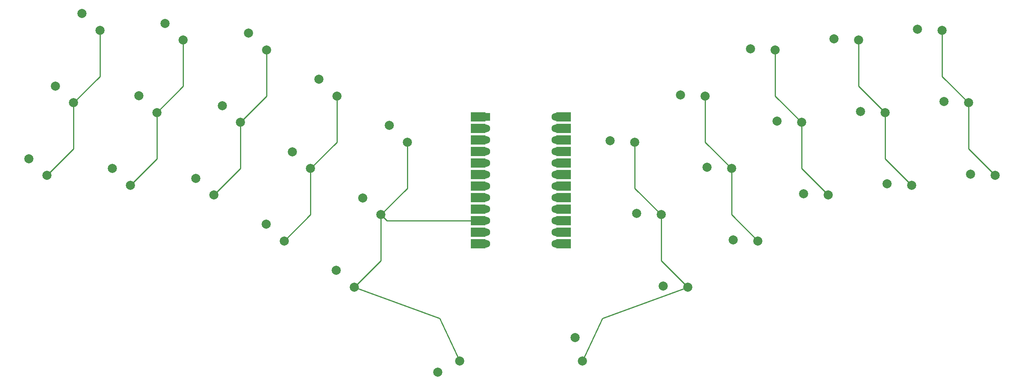
<source format=gbr>
G04 #@! TF.GenerationSoftware,KiCad,Pcbnew,(5.1.4)-1*
G04 #@! TF.CreationDate,2021-02-14T17:08:46-07:00*
G04 #@! TF.ProjectId,ONI-Kyan Shakotan,4f4e492d-4b79-4616-9e20-5368616b6f74,rev?*
G04 #@! TF.SameCoordinates,Original*
G04 #@! TF.FileFunction,Copper,L1,Top*
G04 #@! TF.FilePolarity,Positive*
%FSLAX46Y46*%
G04 Gerber Fmt 4.6, Leading zero omitted, Abs format (unit mm)*
G04 Created by KiCad (PCBNEW (5.1.4)-1) date 2021-02-14 17:08:46*
%MOMM*%
%LPD*%
G04 APERTURE LIST*
%ADD10C,2.000000*%
%ADD11R,1.752600X1.752600*%
%ADD12C,1.752600*%
%ADD13R,3.250000X2.000000*%
%ADD14C,0.250000*%
G04 APERTURE END LIST*
D10*
X154750093Y-126112372D03*
X156355338Y-131292448D03*
X124572031Y-133772815D03*
X129394662Y-131292447D03*
X90741381Y-104877202D03*
X86761160Y-101193747D03*
X204655162Y-78752371D03*
X199238456Y-78489118D03*
X247205610Y-90401806D03*
X241788904Y-90138553D03*
X228837554Y-92564475D03*
X223420848Y-92301222D03*
X210469503Y-94727146D03*
X205052797Y-94463893D03*
X195008621Y-104877201D03*
X189591915Y-104613948D03*
X179547741Y-115027256D03*
X174131035Y-114764003D03*
X106202261Y-115027258D03*
X102222040Y-111343803D03*
X75280497Y-94727143D03*
X71300276Y-91043688D03*
X56912444Y-92564478D03*
X52932223Y-88881023D03*
X38544390Y-90401806D03*
X34564169Y-86718351D03*
X241391265Y-74427031D03*
X235974559Y-74163778D03*
X223023212Y-76589702D03*
X217606506Y-76326449D03*
X189194278Y-88902429D03*
X183777572Y-88639176D03*
X173733399Y-99052484D03*
X168316693Y-98789231D03*
X112016603Y-99052484D03*
X108036382Y-95369029D03*
X96555721Y-88902429D03*
X92575500Y-85218974D03*
X81094839Y-78752371D03*
X77114618Y-75068916D03*
X62726788Y-76589703D03*
X58746567Y-72906248D03*
X44358736Y-74427031D03*
X40378515Y-70743576D03*
X235576922Y-58452257D03*
X230160216Y-58189004D03*
X217208871Y-60614928D03*
X211792165Y-60351675D03*
X198840818Y-62777596D03*
X193424112Y-62514343D03*
X183379938Y-72927651D03*
X177963232Y-72664398D03*
X167919054Y-83077706D03*
X162502348Y-82814453D03*
X117830947Y-83077708D03*
X113850726Y-79394253D03*
X102370062Y-72927651D03*
X98389841Y-69244196D03*
X86909182Y-62777598D03*
X82928961Y-59094143D03*
X68541127Y-60614928D03*
X64560906Y-56931473D03*
X50173075Y-58452255D03*
X46192854Y-54768800D03*
D11*
X135255000Y-77569272D03*
D12*
X135255000Y-80109272D03*
X135255000Y-82649272D03*
X135255000Y-85189272D03*
X135255000Y-87729272D03*
X135255000Y-90269272D03*
X135255000Y-92809272D03*
X135255000Y-95349272D03*
X135255000Y-97889272D03*
X135255000Y-100429272D03*
X135255000Y-102969272D03*
X150495000Y-105509272D03*
X150495000Y-102969272D03*
X150495000Y-100429272D03*
X150495000Y-97889272D03*
X150495000Y-95349272D03*
X150495000Y-92809272D03*
X150495000Y-90269272D03*
X150495000Y-87729272D03*
X150495000Y-85189272D03*
X150495000Y-82649272D03*
X150495000Y-80109272D03*
X135255000Y-105509272D03*
X150495000Y-77569272D03*
D13*
X133477000Y-77569272D03*
X133477000Y-80109272D03*
X133477000Y-82649272D03*
X133477000Y-85189272D03*
X133477000Y-87729272D03*
X133477000Y-90269272D03*
X133477000Y-92809272D03*
X133477000Y-95349272D03*
X133477000Y-97889272D03*
X133477000Y-100429272D03*
X133477000Y-102969272D03*
X133477000Y-105509272D03*
X152273000Y-105509272D03*
X152273000Y-102969272D03*
X152273000Y-100429272D03*
X152273000Y-97889272D03*
X152273000Y-95349272D03*
X152273000Y-92809272D03*
X152273000Y-90269272D03*
X152273000Y-87729272D03*
X152273000Y-85189272D03*
X152273000Y-82649272D03*
X152273000Y-80109272D03*
X152273000Y-77569272D03*
D14*
X150495000Y-87729272D02*
X152273000Y-87729272D01*
X150495000Y-102969272D02*
X152273000Y-102969272D01*
X150495000Y-105509272D02*
X152273000Y-105509272D01*
X44358735Y-84587462D02*
X38544389Y-90401806D01*
X44358734Y-74427033D02*
X44358735Y-84587462D01*
X50173076Y-68612692D02*
X44358734Y-74427033D01*
X50173076Y-58452258D02*
X50173076Y-68612692D01*
X135255000Y-90269272D02*
X133477000Y-90269272D01*
X62726788Y-86750134D02*
X56912446Y-92564475D01*
X62726787Y-76589700D02*
X62726788Y-86750134D01*
X68541130Y-70775360D02*
X62726787Y-76589700D01*
X68541128Y-60614928D02*
X68541130Y-70775360D01*
X135255001Y-92809272D02*
X133477000Y-92809269D01*
X86909184Y-72938029D02*
X81094839Y-78752370D01*
X86909182Y-62777595D02*
X86909184Y-72938029D01*
X81094839Y-88912803D02*
X75280498Y-94727145D01*
X81094839Y-78752370D02*
X81094839Y-88912803D01*
X135255000Y-95349272D02*
X133476999Y-95349272D01*
X96555723Y-99062861D02*
X90741381Y-104877200D01*
X96555720Y-88902428D02*
X96555723Y-99062861D01*
X102370061Y-83088083D02*
X96555720Y-88902428D01*
X102370061Y-72927651D02*
X102370061Y-83088083D01*
X135255000Y-97889272D02*
X133477000Y-97889273D01*
X117830945Y-93238142D02*
X112016604Y-99052483D01*
X117830944Y-83077705D02*
X117830945Y-93238142D01*
X133476999Y-100429271D02*
X135255000Y-100429273D01*
X106202261Y-115027259D02*
X106508605Y-115684217D01*
X112016604Y-99052483D02*
X112016604Y-109212915D01*
X112016604Y-109212915D02*
X106202261Y-115027259D01*
X134015723Y-100429270D02*
X135255000Y-100429273D01*
X113393388Y-100429270D02*
X134015723Y-100429270D01*
X112016604Y-99052485D02*
X113393388Y-100429270D01*
X125000568Y-121869282D02*
X129394661Y-131292446D01*
X106202261Y-115027258D02*
X125000568Y-121869282D01*
X167919055Y-93238143D02*
X173733398Y-99052483D01*
X167919055Y-83077711D02*
X167919055Y-93238143D01*
X173733399Y-109212916D02*
X179547740Y-115027261D01*
X173733398Y-99052483D02*
X173733399Y-109212916D01*
X150495000Y-100429272D02*
X152273000Y-100429274D01*
X160749433Y-121869281D02*
X156355338Y-131292448D01*
X179547741Y-115027256D02*
X160749433Y-121869281D01*
X189194276Y-99062860D02*
X195008620Y-104877201D01*
X189194279Y-88902427D02*
X189194276Y-99062860D01*
X183379938Y-83088087D02*
X189194279Y-88902427D01*
X183379938Y-72927653D02*
X183379938Y-83088087D01*
X150495000Y-97889272D02*
X152273001Y-97889272D01*
X198840818Y-72938029D02*
X204655161Y-78752371D01*
X198840819Y-62777596D02*
X198840818Y-72938029D01*
X204655160Y-88912804D02*
X210469503Y-94727146D01*
X204655161Y-78752371D02*
X204655160Y-88912804D01*
X150495000Y-95349271D02*
X152273000Y-95349270D01*
X223023213Y-86750135D02*
X228837556Y-92564474D01*
X223023216Y-76589703D02*
X223023213Y-86750135D01*
X217208870Y-70775357D02*
X223023216Y-76589703D01*
X217208869Y-60614927D02*
X217208870Y-70775357D01*
X150495001Y-92809271D02*
X152273000Y-92809274D01*
X241391266Y-84587464D02*
X247205610Y-90401807D01*
X241391267Y-74427033D02*
X241391266Y-84587464D01*
X235576923Y-68612689D02*
X241391267Y-74427033D01*
X235576926Y-58452259D02*
X235576923Y-68612689D01*
X150495001Y-90269271D02*
X152273000Y-90269273D01*
X150495000Y-77569271D02*
X152273000Y-77569271D01*
X150495002Y-80109270D02*
X152272998Y-80109272D01*
X152272999Y-82649273D02*
X150495001Y-82649273D01*
X150495001Y-85189272D02*
X152273000Y-85189271D01*
X135255000Y-102969273D02*
X133477000Y-102969270D01*
X135255000Y-87729271D02*
X133477000Y-87729273D01*
X135254999Y-85189272D02*
X133476999Y-85189273D01*
X135255001Y-82649271D02*
X133476999Y-82649270D01*
X135254998Y-80109273D02*
X133477000Y-80109271D01*
X135255000Y-77569271D02*
X133477000Y-77569273D01*
X135255001Y-105509273D02*
X133476999Y-105509273D01*
M02*

</source>
